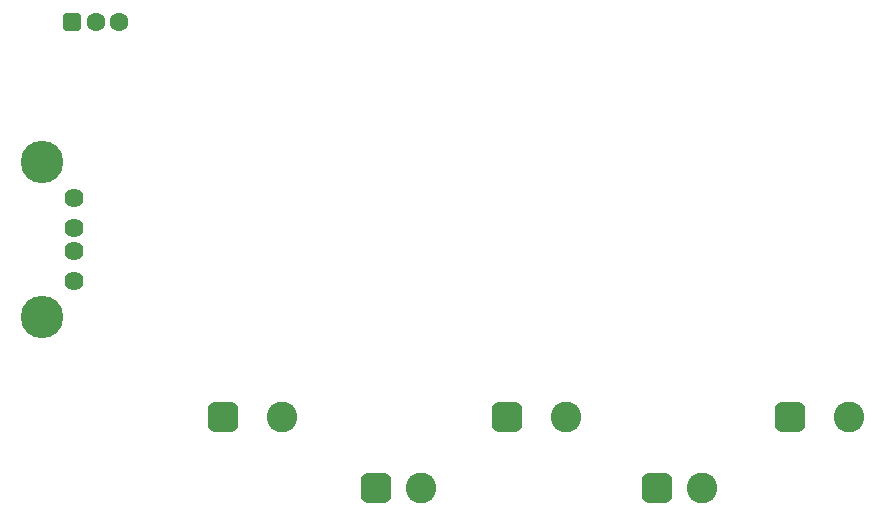
<source format=gbs>
G04*
G04 #@! TF.GenerationSoftware,Altium Limited,Altium Designer,23.4.1 (23)*
G04*
G04 Layer_Color=16711935*
%FSLAX44Y44*%
%MOMM*%
G71*
G04*
G04 #@! TF.SameCoordinates,1CC85F37-83BB-4277-A685-93E53EEA7533*
G04*
G04*
G04 #@! TF.FilePolarity,Negative*
G04*
G01*
G75*
%ADD27C,1.6240*%
%ADD28C,3.6000*%
G04:AMPARAMS|DCode=29|XSize=1.6mm|YSize=1.6mm|CornerRadius=0.425mm|HoleSize=0mm|Usage=FLASHONLY|Rotation=180.000|XOffset=0mm|YOffset=0mm|HoleType=Round|Shape=RoundedRectangle|*
%AMROUNDEDRECTD29*
21,1,1.6000,0.7500,0,0,180.0*
21,1,0.7500,1.6000,0,0,180.0*
1,1,0.8500,-0.3750,0.3750*
1,1,0.8500,0.3750,0.3750*
1,1,0.8500,0.3750,-0.3750*
1,1,0.8500,-0.3750,-0.3750*
%
%ADD29ROUNDEDRECTD29*%
%ADD30C,1.6000*%
G04:AMPARAMS|DCode=31|XSize=2.6mm|YSize=2.6mm|CornerRadius=0.675mm|HoleSize=0mm|Usage=FLASHONLY|Rotation=90.000|XOffset=0mm|YOffset=0mm|HoleType=Round|Shape=RoundedRectangle|*
%AMROUNDEDRECTD31*
21,1,2.6000,1.2500,0,0,90.0*
21,1,1.2500,2.6000,0,0,90.0*
1,1,1.3500,0.6250,0.6250*
1,1,1.3500,0.6250,-0.6250*
1,1,1.3500,-0.6250,-0.6250*
1,1,1.3500,-0.6250,0.6250*
%
%ADD31ROUNDEDRECTD31*%
%ADD32C,2.6000*%
D27*
X134000Y215000D02*
D03*
Y240000D02*
D03*
Y260000D02*
D03*
Y285000D02*
D03*
D28*
X106900Y315700D02*
D03*
Y184300D02*
D03*
D29*
X132150Y434000D02*
D03*
D30*
X152150D02*
D03*
X172150D02*
D03*
D31*
X389000Y40000D02*
D03*
X500000Y100001D02*
D03*
X627000Y40000D02*
D03*
X740000Y100001D02*
D03*
X260000Y100000D02*
D03*
D32*
X427100Y40000D02*
D03*
X550000Y100001D02*
D03*
X665100Y40000D02*
D03*
X790000Y100001D02*
D03*
X310000Y100000D02*
D03*
M02*

</source>
